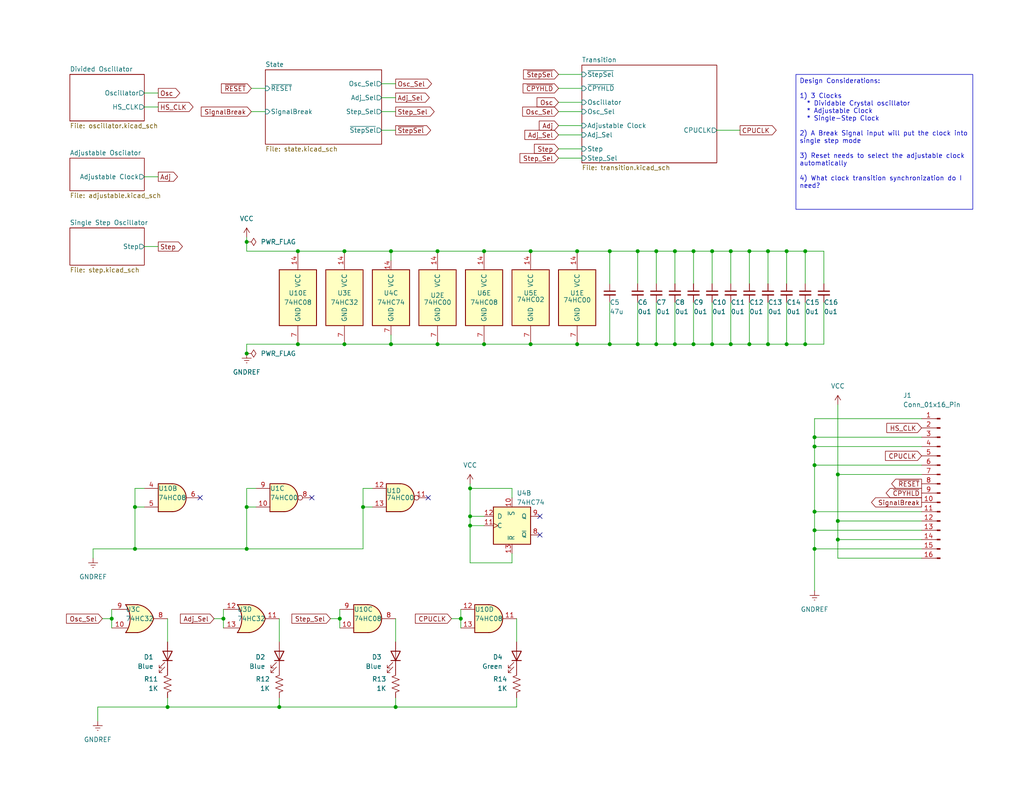
<source format=kicad_sch>
(kicad_sch (version 20230121) (generator eeschema)
  (paper "USLetter")
  (title_block (title "Clock Module") (date "2023-11-22") (rev "1.0.2") (company "16-Bit Computer From Scratch") (comment 1 "Adam Clark (@eryjus)"))
  (lib_symbols
    (symbol "74xx:74HC00" (pin_names (offset 1.016))
      (property "Reference" "U" (at 0 1.27 0))
      (property "Value" "74HC00" (at 0 -1.27 0))
      (symbol "74HC00_1_1"
        (pin input line (at -7.62 2.54 0) (length 3.81) (name "~") (number "1"))
        (pin input line (at -7.62 -2.54 0) (length 3.81) (name "~") (number "2"))
        (pin output inverted (at 7.62 0 180) (length 3.81) (name "~") (number "3"))
      )
      (symbol "74HC00_1_2"
        (pin input inverted (at -7.62 2.54 0) (length 4.318) (name "~") (number "1"))
        (pin input inverted (at -7.62 -2.54 0) (length 4.318) (name "~") (number "2"))
        (pin output line (at 7.62 0 180) (length 3.81) (name "~") (number "3"))
      )
      (symbol "74HC00_2_1"
        (pin input line (at -7.62 2.54 0) (length 3.81) (name "~") (number "4"))
        (pin input line (at -7.62 -2.54 0) (length 3.81) (name "~") (number "5"))
        (pin output inverted (at 7.62 0 180) (length 3.81) (name "~") (number "6"))
      )
      (symbol "74HC00_2_2"
        (pin input inverted (at -7.62 2.54 0) (length 4.318) (name "~") (number "4"))
        (pin input inverted (at -7.62 -2.54 0) (length 4.318) (name "~") (number "5"))
        (pin output line (at 7.62 0 180) (length 3.81) (name "~") (number "6"))
      )
      (symbol "74HC00_3_1"
        (pin input line (at -7.62 -2.54 0) (length 3.81) (name "~") (number "10"))
        (pin output inverted (at 7.62 0 180) (length 3.81) (name "~") (number "8"))
        (pin input line (at -7.62 2.54 0) (length 3.81) (name "~") (number "9"))
      )
      (symbol "74HC00_3_2"
        (pin input inverted (at -7.62 -2.54 0) (length 4.318) (name "~") (number "10"))
        (pin output line (at 7.62 0 180) (length 3.81) (name "~") (number "8"))
        (pin input inverted (at -7.62 2.54 0) (length 4.318) (name "~") (number "9"))
      )
      (symbol "74HC00_4_1"
        (pin output inverted (at 7.62 0 180) (length 3.81) (name "~") (number "11"))
        (pin input line (at -7.62 2.54 0) (length 3.81) (name "~") (number "12"))
        (pin input line (at -7.62 -2.54 0) (length 3.81) (name "~") (number "13"))
      )
      (symbol "74HC00_4_2"
        (pin output line (at 7.62 0 180) (length 3.81) (name "~") (number "11"))
        (pin input inverted (at -7.62 2.54 0) (length 4.318) (name "~") (number "12"))
        (pin input inverted (at -7.62 -2.54 0) (length 4.318) (name "~") (number "13"))
      )
      (symbol "74HC00_5_0"
        (pin power_in line (at 0 12.7 270) (length 5.08) (name "VCC") (number "14"))
        (pin power_in line (at 0 -12.7 90) (length 5.08) (name "GND") (number "7"))
      )
    )
    (symbol "74xx:74HC02" (pin_names (offset 1.016))
      (property "Reference" "U" (at 0 1.27 0))
      (property "Value" "74HC02" (at 0 -1.27 0))
      (symbol "74HC02_1_1"
        (pin output inverted (at 7.62 0 180) (length 3.81) (name "~") (number "1"))
        (pin input line (at -7.62 2.54 0) (length 4.318) (name "~") (number "2"))
        (pin input line (at -7.62 -2.54 0) (length 4.318) (name "~") (number "3"))
      )
      (symbol "74HC02_1_2"
        (pin output line (at 7.62 0 180) (length 3.81) (name "~") (number "1"))
        (pin input inverted (at -7.62 2.54 0) (length 3.81) (name "~") (number "2"))
        (pin input inverted (at -7.62 -2.54 0) (length 3.81) (name "~") (number "3"))
      )
      (symbol "74HC02_2_1"
        (pin output inverted (at 7.62 0 180) (length 3.81) (name "~") (number "4"))
        (pin input line (at -7.62 2.54 0) (length 4.318) (name "~") (number "5"))
        (pin input line (at -7.62 -2.54 0) (length 4.318) (name "~") (number "6"))
      )
      (symbol "74HC02_2_2"
        (pin output line (at 7.62 0 180) (length 3.81) (name "~") (number "4"))
        (pin input inverted (at -7.62 2.54 0) (length 3.81) (name "~") (number "5"))
        (pin input inverted (at -7.62 -2.54 0) (length 3.81) (name "~") (number "6"))
      )
      (symbol "74HC02_3_1"
        (pin output inverted (at 7.62 0 180) (length 3.81) (name "~") (number "10"))
        (pin input line (at -7.62 2.54 0) (length 4.318) (name "~") (number "8"))
        (pin input line (at -7.62 -2.54 0) (length 4.318) (name "~") (number "9"))
      )
      (symbol "74HC02_3_2"
        (pin output line (at 7.62 0 180) (length 3.81) (name "~") (number "10"))
        (pin input inverted (at -7.62 2.54 0) (length 3.81) (name "~") (number "8"))
        (pin input inverted (at -7.62 -2.54 0) (length 3.81) (name "~") (number "9"))
      )
      (symbol "74HC02_4_1"
        (pin input line (at -7.62 2.54 0) (length 4.318) (name "~") (number "11"))
        (pin input line (at -7.62 -2.54 0) (length 4.318) (name "~") (number "12"))
        (pin output inverted (at 7.62 0 180) (length 3.81) (name "~") (number "13"))
      )
      (symbol "74HC02_4_2"
        (pin input inverted (at -7.62 2.54 0) (length 3.81) (name "~") (number "11"))
        (pin input inverted (at -7.62 -2.54 0) (length 3.81) (name "~") (number "12"))
        (pin output line (at 7.62 0 180) (length 3.81) (name "~") (number "13"))
      )
      (symbol "74HC02_5_0"
        (pin power_in line (at 0 12.7 270) (length 5.08) (name "VCC") (number "14"))
        (pin power_in line (at 0 -12.7 90) (length 5.08) (name "GND") (number "7"))
      )
    )
    (symbol "74xx:74HC74" (pin_names (offset 1.016))
      (property "Reference" "U" (at -7.62 8.89 0))
      (property "Value" "74HC74" (at -7.62 -8.89 0))
      (symbol "74HC74_1_0"
        (pin input line (at 0 -7.62 90) (length 2.54) (name "~{R}") (number "1"))
        (pin input line (at -7.62 2.54 0) (length 2.54) (name "D") (number "2"))
        (pin input clock (at -7.62 0 0) (length 2.54) (name "C") (number "3"))
        (pin input line (at 0 7.62 270) (length 2.54) (name "~{S}") (number "4"))
        (pin output line (at 7.62 2.54 180) (length 2.54) (name "Q") (number "5"))
        (pin output line (at 7.62 -2.54 180) (length 2.54) (name "~{Q}") (number "6"))
      )
      (symbol "74HC74_2_0"
        (pin input line (at 0 7.62 270) (length 2.54) (name "~{S}") (number "10"))
        (pin input clock (at -7.62 0 0) (length 2.54) (name "C") (number "11"))
        (pin input line (at -7.62 2.54 0) (length 2.54) (name "D") (number "12"))
        (pin input line (at 0 -7.62 90) (length 2.54) (name "~{R}") (number "13"))
        (pin output line (at 7.62 -2.54 180) (length 2.54) (name "~{Q}") (number "8"))
        (pin output line (at 7.62 2.54 180) (length 2.54) (name "Q") (number "9"))
      )
      (symbol "74HC74_3_0"
        (pin power_in line (at 0 10.16 270) (length 2.54) (name "VCC") (number "14"))
        (pin power_in line (at 0 -10.16 90) (length 2.54) (name "GND") (number "7"))
      )
    )
    (symbol "Connector:Conn_01x16_Pin" (pin_names (offset 1.016) hide)
      (property "Reference" "J" (at 0 20.32 0))
      (property "Value" "Conn_01x16_Pin" (at 0 -22.86 0))
      (symbol "Conn_01x16_Pin_1_1"
        (pin passive line (at 5.08 17.78 180) (length 3.81) (name "Pin_1") (number "1"))
        (pin passive line (at 5.08 -5.08 180) (length 3.81) (name "Pin_10") (number "10"))
        (pin passive line (at 5.08 -7.62 180) (length 3.81) (name "Pin_11") (number "11"))
        (pin passive line (at 5.08 -10.16 180) (length 3.81) (name "Pin_12") (number "12"))
        (pin passive line (at 5.08 -12.7 180) (length 3.81) (name "Pin_13") (number "13"))
        (pin passive line (at 5.08 -15.24 180) (length 3.81) (name "Pin_14") (number "14"))
        (pin passive line (at 5.08 -17.78 180) (length 3.81) (name "Pin_15") (number "15"))
        (pin passive line (at 5.08 -20.32 180) (length 3.81) (name "Pin_16") (number "16"))
        (pin passive line (at 5.08 15.24 180) (length 3.81) (name "Pin_2") (number "2"))
        (pin passive line (at 5.08 12.7 180) (length 3.81) (name "Pin_3") (number "3"))
        (pin passive line (at 5.08 10.16 180) (length 3.81) (name "Pin_4") (number "4"))
        (pin passive line (at 5.08 7.62 180) (length 3.81) (name "Pin_5") (number "5"))
        (pin passive line (at 5.08 5.08 180) (length 3.81) (name "Pin_6") (number "6"))
        (pin passive line (at 5.08 2.54 180) (length 3.81) (name "Pin_7") (number "7"))
        (pin passive line (at 5.08 0 180) (length 3.81) (name "Pin_8") (number "8"))
        (pin passive line (at 5.08 -2.54 180) (length 3.81) (name "Pin_9") (number "9"))
      )
    )
    (symbol "Device:C_Small" (pin_numbers hide) (pin_names (offset 0.254) hide)
      (property "Reference" "C" (at 0.254 1.778 0))
      (property "Value" "C_Small" (at 0.254 -2.032 0))
      (symbol "C_Small_1_1"
        (pin passive line (at 0 2.54 270) (length 2.032) (name "~") (number "1"))
        (pin passive line (at 0 -2.54 90) (length 2.032) (name "~") (number "2"))
      )
    )
    (symbol "Device:LED" (pin_numbers hide) (pin_names (offset 1.016) hide)
      (property "Reference" "D" (at 0 2.54 0))
      (property "Value" "LED" (at 0 -2.54 0))
      (symbol "LED_1_1"
        (pin passive line (at -3.81 0 0) (length 2.54) (name "K") (number "1"))
        (pin passive line (at 3.81 0 180) (length 2.54) (name "A") (number "2"))
      )
    )
    (symbol "Device:R_US" (pin_numbers hide) (pin_names (offset 0))
      (property "Reference" "R" (at 2.54 0 90))
      (property "Value" "R_US" (at -2.54 0 90))
      (symbol "R_US_1_1"
        (pin passive line (at 0 3.81 270) (length 1.27) (name "~") (number "1"))
        (pin passive line (at 0 -3.81 90) (length 1.27) (name "~") (number "2"))
      )
    )
    (symbol "eryjus:74HC08" (pin_names (offset 1.016))
      (property "Reference" "U" (at 0 1.27 0))
      (property "Value" "74HC08" (at 0 -1.27 0))
      (symbol "74HC08_1_1"
        (pin input line (at -7.62 2.54 0) (length 3.81) (name "~") (number "1"))
        (pin input line (at -7.62 -2.54 0) (length 3.81) (name "~") (number "2"))
        (pin output line (at 7.62 0 180) (length 3.81) (name "~") (number "3"))
      )
      (symbol "74HC08_1_2"
        (pin input inverted (at -7.62 2.54 0) (length 4.318) (name "~") (number "1"))
        (pin input inverted (at -7.62 -2.54 0) (length 4.318) (name "~") (number "2"))
        (pin output inverted (at 7.62 0 180) (length 3.81) (name "~") (number "3"))
      )
      (symbol "74HC08_2_1"
        (pin input line (at -7.62 2.54 0) (length 3.81) (name "~") (number "4"))
        (pin input line (at -7.62 -2.54 0) (length 3.81) (name "~") (number "5"))
        (pin output line (at 7.62 0 180) (length 3.81) (name "~") (number "6"))
      )
      (symbol "74HC08_2_2"
        (pin input inverted (at -7.62 2.54 0) (length 4.318) (name "~") (number "4"))
        (pin input inverted (at -7.62 -2.54 0) (length 4.318) (name "~") (number "5"))
        (pin output inverted (at 7.62 0 180) (length 3.81) (name "~") (number "6"))
      )
      (symbol "74HC08_3_1"
        (pin input line (at -7.62 -2.54 0) (length 3.81) (name "~") (number "10"))
        (pin output line (at 7.62 0 180) (length 3.81) (name "~") (number "8"))
        (pin input line (at -7.62 2.54 0) (length 3.81) (name "~") (number "9"))
      )
      (symbol "74HC08_3_2"
        (pin input inverted (at -7.62 -2.54 0) (length 4.318) (name "~") (number "10"))
        (pin output inverted (at 7.62 0 180) (length 3.81) (name "~") (number "8"))
        (pin input inverted (at -7.62 2.54 0) (length 4.318) (name "~") (number "9"))
      )
      (symbol "74HC08_4_1"
        (pin output line (at 7.62 0 180) (length 3.81) (name "~") (number "11"))
        (pin input line (at -7.62 2.54 0) (length 3.81) (name "~") (number "12"))
        (pin input line (at -7.62 -2.54 0) (length 3.81) (name "~") (number "13"))
      )
      (symbol "74HC08_4_2"
        (pin output inverted (at 7.62 0 180) (length 3.81) (name "~") (number "11"))
        (pin input inverted (at -7.62 2.54 0) (length 4.318) (name "~") (number "12"))
        (pin input inverted (at -7.62 -2.54 0) (length 4.318) (name "~") (number "13"))
      )
      (symbol "74HC08_5_0"
        (pin power_in line (at 0 12.7 270) (length 5.08) (name "VCC") (number "14"))
        (pin power_in line (at 0 -12.7 90) (length 5.08) (name "GND") (number "7"))
      )
    )
    (symbol "eryjus:74HC32" (pin_names (offset 1.016))
      (property "Reference" "U" (at 0 1.27 0))
      (property "Value" "74HC32" (at 0 -1.27 0))
      (symbol "74HC32_1_1"
        (pin input line (at -7.62 2.54 0) (length 4.318) (name "~") (number "1"))
        (pin input line (at -7.62 -2.54 0) (length 4.318) (name "~") (number "2"))
        (pin output line (at 7.62 0 180) (length 3.81) (name "~") (number "3"))
      )
      (symbol "74HC32_1_2"
        (pin input inverted (at -7.62 2.54 0) (length 3.81) (name "~") (number "1"))
        (pin input inverted (at -7.62 -2.54 0) (length 3.81) (name "~") (number "2"))
        (pin output inverted (at 7.62 0 180) (length 3.81) (name "~") (number "3"))
      )
      (symbol "74HC32_2_1"
        (pin input line (at -7.62 2.54 0) (length 4.318) (name "~") (number "4"))
        (pin input line (at -7.62 -2.54 0) (length 4.318) (name "~") (number "5"))
        (pin output line (at 7.62 0 180) (length 3.81) (name "~") (number "6"))
      )
      (symbol "74HC32_2_2"
        (pin input inverted (at -7.62 2.54 0) (length 3.81) (name "~") (number "4"))
        (pin input inverted (at -7.62 -2.54 0) (length 3.81) (name "~") (number "5"))
        (pin output inverted (at 7.62 0 180) (length 3.81) (name "~") (number "6"))
      )
      (symbol "74HC32_3_1"
        (pin input line (at -7.62 -2.54 0) (length 4.318) (name "~") (number "10"))
        (pin output line (at 7.62 0 180) (length 3.81) (name "~") (number "8"))
        (pin input line (at -7.62 2.54 0) (length 4.318) (name "~") (number "9"))
      )
      (symbol "74HC32_3_2"
        (pin input inverted (at -7.62 -2.54 0) (length 3.81) (name "~") (number "10"))
        (pin output inverted (at 7.62 0 180) (length 3.81) (name "~") (number "8"))
        (pin input inverted (at -7.62 2.54 0) (length 3.81) (name "~") (number "9"))
      )
      (symbol "74HC32_4_1"
        (pin output line (at 7.62 0 180) (length 3.81) (name "~") (number "11"))
        (pin input line (at -7.62 2.54 0) (length 4.318) (name "~") (number "12"))
        (pin input line (at -7.62 -2.54 0) (length 4.318) (name "~") (number "13"))
      )
      (symbol "74HC32_4_2"
        (pin output inverted (at 7.62 0 180) (length 3.81) (name "~") (number "11"))
        (pin input inverted (at -7.62 2.54 0) (length 3.81) (name "~") (number "12"))
        (pin input inverted (at -7.62 -2.54 0) (length 3.81) (name "~") (number "13"))
      )
      (symbol "74HC32_5_0"
        (pin power_in line (at 0 12.7 270) (length 5.08) (name "VCC") (number "14"))
        (pin power_in line (at 0 -12.7 90) (length 5.08) (name "GND") (number "7"))
      )
    )
    (symbol "power:GNDREF" (power) (pin_names (offset 0))
      (property "Value" "GNDREF" (at 0 -3.81 0))
      (symbol "GNDREF_1_1"
        (pin power_in line (at 0 0 270) (length 0) hide (name "GNDREF") (number "1"))
      )
    )
    (symbol "power:PWR_FLAG" (power) (pin_numbers hide) (pin_names (offset 0) hide)
      (property "Value" "PWR_FLAG" (at 0 3.81 0))
      (symbol "PWR_FLAG_0_0"
        (pin power_out line (at 0 0 90) (length 0) (name "pwr") (number "1"))
      )
    )
    (symbol "power:VCC" (power) (pin_names (offset 0))
      (property "Value" "VCC" (at 0 3.81 0))
      (symbol "VCC_1_1"
        (pin power_in line (at 0 0 90) (length 0) hide (name "VCC") (number "1"))
      )
    )
  )
  (junction (at 204.47 93.98))
  (junction (at 125.73 168.91))
  (junction (at 30.48 168.91))
  (junction (at 166.37 68.58))
  (junction (at 128.27 133.35))
  (junction (at 179.07 68.58))
  (junction (at 219.71 68.58))
  (junction (at 36.83 138.43))
  (junction (at 99.06 138.43))
  (junction (at 106.68 68.58))
  (junction (at 67.31 96.52))
  (junction (at 199.39 68.58))
  (junction (at 81.28 68.58))
  (junction (at 173.99 93.98))
  (junction (at 228.6 142.24))
  (junction (at 222.25 149.86))
  (junction (at 157.48 68.58))
  (junction (at 36.83 149.86))
  (junction (at 194.31 93.98))
  (junction (at 199.39 93.98))
  (junction (at 157.48 93.98))
  (junction (at 184.15 93.98))
  (junction (at 222.25 127))
  (junction (at 45.72 193.04))
  (junction (at 119.38 93.98))
  (junction (at 81.28 93.98))
  (junction (at 194.31 68.58))
  (junction (at 92.71 168.91))
  (junction (at 204.47 68.58))
  (junction (at 60.96 168.91))
  (junction (at 228.6 147.32))
  (junction (at 128.27 143.51))
  (junction (at 179.07 93.98))
  (junction (at 67.31 66.04))
  (junction (at 222.25 144.78))
  (junction (at 184.15 68.58))
  (junction (at 189.23 68.58))
  (junction (at 173.99 68.58))
  (junction (at 209.55 93.98))
  (junction (at 128.27 140.97))
  (junction (at 222.25 121.92))
  (junction (at 119.38 68.58))
  (junction (at 106.68 93.98))
  (junction (at 189.23 93.98))
  (junction (at 93.98 68.58))
  (junction (at 144.78 93.98))
  (junction (at 67.31 138.43))
  (junction (at 132.08 68.58))
  (junction (at 166.37 93.98))
  (junction (at 214.63 68.58))
  (junction (at 228.6 129.54))
  (junction (at 219.71 93.98))
  (junction (at 144.78 68.58))
  (junction (at 67.31 149.86))
  (junction (at 222.25 119.38))
  (junction (at 132.08 93.98))
  (junction (at 209.55 68.58))
  (junction (at 93.98 93.98))
  (junction (at 222.25 139.7))
  (junction (at 76.2 193.04))
  (junction (at 107.95 193.04))
  (junction (at 214.63 93.98))
  (no_connect (at 85.09 135.89))
  (no_connect (at 147.32 146.05))
  (no_connect (at 54.61 135.89))
  (no_connect (at 116.84 135.89))
  (no_connect (at 147.32 140.97))
  (wire (pts (xy 106.68 91.44) (xy 106.68 93.98)))
  (wire (pts (xy 144.78 93.98) (xy 132.08 93.98)))
  (wire (pts (xy 76.2 168.91) (xy 76.2 175.26)))
  (wire (pts (xy 214.63 93.98) (xy 209.55 93.98)))
  (wire (pts (xy 39.37 133.35) (xy 36.83 133.35)))
  (wire (pts (xy 152.4 36.83) (xy 158.75 36.83)))
  (wire (pts (xy 214.63 68.58) (xy 209.55 68.58)))
  (wire (pts (xy 68.58 24.13) (xy 72.39 24.13)))
  (wire (pts (xy 140.97 168.91) (xy 140.97 175.26)))
  (wire (pts (xy 67.31 66.04) (xy 67.31 64.77)))
  (wire (pts (xy 76.2 190.5) (xy 76.2 193.04)))
  (wire (pts (xy 99.06 133.35) (xy 99.06 138.43)))
  (wire (pts (xy 184.15 93.98) (xy 179.07 93.98)))
  (wire (pts (xy 222.25 144.78) (xy 222.25 149.86)))
  (wire (pts (xy 222.25 127) (xy 251.46 127)))
  (wire (pts (xy 119.38 68.58) (xy 106.68 68.58)))
  (wire (pts (xy 189.23 93.98) (xy 184.15 93.98)))
  (wire (pts (xy 184.15 68.58) (xy 179.07 68.58)))
  (wire (pts (xy 219.71 82.55) (xy 219.71 93.98)))
  (wire (pts (xy 107.95 193.04) (xy 140.97 193.04)))
  (wire (pts (xy 222.25 127) (xy 222.25 139.7)))
  (wire (pts (xy 119.38 93.98) (xy 106.68 93.98)))
  (wire (pts (xy 194.31 68.58) (xy 194.31 77.47)))
  (wire (pts (xy 26.67 193.04) (xy 45.72 193.04)))
  (wire (pts (xy 222.25 139.7) (xy 222.25 144.78)))
  (wire (pts (xy 123.19 168.91) (xy 125.73 168.91)))
  (wire (pts (xy 251.46 114.3) (xy 222.25 114.3)))
  (wire (pts (xy 157.48 93.98) (xy 144.78 93.98)))
  (wire (pts (xy 128.27 143.51) (xy 132.08 143.51)))
  (wire (pts (xy 222.25 119.38) (xy 222.25 121.92)))
  (wire (pts (xy 199.39 93.98) (xy 194.31 93.98)))
  (wire (pts (xy 204.47 82.55) (xy 204.47 93.98)))
  (wire (pts (xy 128.27 133.35) (xy 128.27 140.97)))
  (wire (pts (xy 125.73 168.91) (xy 125.73 171.45)))
  (wire (pts (xy 36.83 133.35) (xy 36.83 138.43)))
  (wire (pts (xy 93.98 68.58) (xy 81.28 68.58)))
  (wire (pts (xy 60.96 168.91) (xy 60.96 166.37)))
  (wire (pts (xy 199.39 68.58) (xy 199.39 77.47)))
  (wire (pts (xy 90.17 168.91) (xy 92.71 168.91)))
  (wire (pts (xy 209.55 68.58) (xy 204.47 68.58)))
  (wire (pts (xy 67.31 138.43) (xy 67.31 149.86)))
  (wire (pts (xy 219.71 68.58) (xy 219.71 77.47)))
  (wire (pts (xy 104.14 35.56) (xy 107.95 35.56)))
  (wire (pts (xy 45.72 193.04) (xy 76.2 193.04)))
  (wire (pts (xy 45.72 168.91) (xy 45.72 175.26)))
  (wire (pts (xy 106.68 68.58) (xy 93.98 68.58)))
  (wire (pts (xy 39.37 29.21) (xy 43.18 29.21)))
  (wire (pts (xy 152.4 30.48) (xy 158.75 30.48)))
  (wire (pts (xy 166.37 93.98) (xy 157.48 93.98)))
  (wire (pts (xy 222.25 121.92) (xy 251.46 121.92)))
  (wire (pts (xy 81.28 93.98) (xy 67.31 93.98)))
  (wire (pts (xy 214.63 82.55) (xy 214.63 93.98)))
  (wire (pts (xy 139.7 135.89) (xy 139.7 133.35)))
  (wire (pts (xy 101.6 133.35) (xy 99.06 133.35)))
  (wire (pts (xy 26.67 196.85) (xy 26.67 193.04)))
  (wire (pts (xy 67.31 93.98) (xy 67.31 96.52)))
  (wire (pts (xy 152.4 40.64) (xy 158.75 40.64)))
  (wire (pts (xy 179.07 68.58) (xy 173.99 68.58)))
  (wire (pts (xy 228.6 147.32) (xy 251.46 147.32)))
  (wire (pts (xy 60.96 168.91) (xy 60.96 171.45)))
  (wire (pts (xy 67.31 133.35) (xy 67.31 138.43)))
  (wire (pts (xy 209.55 93.98) (xy 204.47 93.98)))
  (wire (pts (xy 224.79 93.98) (xy 219.71 93.98)))
  (wire (pts (xy 125.73 166.37) (xy 125.73 168.91)))
  (wire (pts (xy 179.07 68.58) (xy 179.07 77.47)))
  (wire (pts (xy 173.99 93.98) (xy 166.37 93.98)))
  (wire (pts (xy 39.37 48.26) (xy 43.18 48.26)))
  (wire (pts (xy 30.48 168.91) (xy 30.48 166.37)))
  (wire (pts (xy 128.27 143.51) (xy 128.27 153.67)))
  (wire (pts (xy 104.14 26.67) (xy 107.95 26.67)))
  (wire (pts (xy 166.37 68.58) (xy 157.48 68.58)))
  (wire (pts (xy 222.25 121.92) (xy 222.25 127)))
  (wire (pts (xy 189.23 82.55) (xy 189.23 93.98)))
  (wire (pts (xy 224.79 68.58) (xy 219.71 68.58)))
  (wire (pts (xy 209.55 82.55) (xy 209.55 93.98)))
  (wire (pts (xy 67.31 138.43) (xy 69.85 138.43)))
  (wire (pts (xy 106.68 68.58) (xy 106.68 71.12)))
  (wire (pts (xy 139.7 153.67) (xy 139.7 151.13)))
  (wire (pts (xy 107.95 190.5) (xy 107.95 193.04)))
  (wire (pts (xy 67.31 149.86) (xy 99.06 149.86)))
  (wire (pts (xy 36.83 138.43) (xy 39.37 138.43)))
  (wire (pts (xy 36.83 138.43) (xy 36.83 149.86)))
  (wire (pts (xy 228.6 147.32) (xy 228.6 152.4)))
  (wire (pts (xy 25.4 152.4) (xy 25.4 149.86)))
  (wire (pts (xy 92.71 168.91) (xy 92.71 171.45)))
  (wire (pts (xy 107.95 168.91) (xy 107.95 175.26)))
  (wire (pts (xy 251.46 129.54) (xy 228.6 129.54)))
  (wire (pts (xy 222.25 149.86) (xy 222.25 161.29)))
  (wire (pts (xy 152.4 43.18) (xy 158.75 43.18)))
  (wire (pts (xy 173.99 82.55) (xy 173.99 93.98)))
  (wire (pts (xy 132.08 93.98) (xy 119.38 93.98)))
  (wire (pts (xy 179.07 82.55) (xy 179.07 93.98)))
  (wire (pts (xy 204.47 68.58) (xy 199.39 68.58)))
  (wire (pts (xy 30.48 168.91) (xy 30.48 171.45)))
  (wire (pts (xy 152.4 24.13) (xy 158.75 24.13)))
  (wire (pts (xy 99.06 138.43) (xy 101.6 138.43)))
  (wire (pts (xy 209.55 68.58) (xy 209.55 77.47)))
  (wire (pts (xy 228.6 110.49) (xy 228.6 129.54)))
  (wire (pts (xy 140.97 193.04) (xy 140.97 190.5)))
  (wire (pts (xy 224.79 82.55) (xy 224.79 93.98)))
  (wire (pts (xy 194.31 68.58) (xy 189.23 68.58)))
  (wire (pts (xy 189.23 68.58) (xy 189.23 77.47)))
  (wire (pts (xy 128.27 153.67) (xy 139.7 153.67)))
  (wire (pts (xy 184.15 82.55) (xy 184.15 93.98)))
  (wire (pts (xy 152.4 27.94) (xy 158.75 27.94)))
  (wire (pts (xy 219.71 93.98) (xy 214.63 93.98)))
  (wire (pts (xy 152.4 20.32) (xy 158.75 20.32)))
  (wire (pts (xy 189.23 68.58) (xy 184.15 68.58)))
  (wire (pts (xy 194.31 93.98) (xy 189.23 93.98)))
  (wire (pts (xy 39.37 25.4) (xy 43.18 25.4)))
  (wire (pts (xy 194.31 82.55) (xy 194.31 93.98)))
  (wire (pts (xy 128.27 133.35) (xy 139.7 133.35)))
  (wire (pts (xy 199.39 68.58) (xy 194.31 68.58)))
  (wire (pts (xy 128.27 140.97) (xy 128.27 143.51)))
  (wire (pts (xy 214.63 68.58) (xy 214.63 77.47)))
  (wire (pts (xy 144.78 68.58) (xy 132.08 68.58)))
  (wire (pts (xy 69.85 133.35) (xy 67.31 133.35)))
  (wire (pts (xy 132.08 68.58) (xy 119.38 68.58)))
  (wire (pts (xy 68.58 30.48) (xy 72.39 30.48)))
  (wire (pts (xy 195.58 35.56) (xy 201.93 35.56)))
  (wire (pts (xy 219.71 68.58) (xy 214.63 68.58)))
  (wire (pts (xy 106.68 93.98) (xy 93.98 93.98)))
  (wire (pts (xy 36.83 149.86) (xy 67.31 149.86)))
  (wire (pts (xy 199.39 82.55) (xy 199.39 93.98)))
  (wire (pts (xy 93.98 93.98) (xy 81.28 93.98)))
  (wire (pts (xy 76.2 193.04) (xy 107.95 193.04)))
  (wire (pts (xy 222.25 144.78) (xy 251.46 144.78)))
  (wire (pts (xy 184.15 68.58) (xy 184.15 77.47)))
  (wire (pts (xy 173.99 68.58) (xy 166.37 68.58)))
  (wire (pts (xy 228.6 142.24) (xy 251.46 142.24)))
  (wire (pts (xy 251.46 152.4) (xy 228.6 152.4)))
  (wire (pts (xy 58.42 168.91) (xy 60.96 168.91)))
  (wire (pts (xy 166.37 68.58) (xy 166.37 77.47)))
  (wire (pts (xy 104.14 22.86) (xy 107.95 22.86)))
  (wire (pts (xy 251.46 139.7) (xy 222.25 139.7)))
  (wire (pts (xy 152.4 34.29) (xy 158.75 34.29)))
  (wire (pts (xy 228.6 129.54) (xy 228.6 142.24)))
  (wire (pts (xy 222.25 119.38) (xy 251.46 119.38)))
  (wire (pts (xy 204.47 68.58) (xy 204.47 77.47)))
  (wire (pts (xy 179.07 93.98) (xy 173.99 93.98)))
  (wire (pts (xy 128.27 140.97) (xy 132.08 140.97)))
  (wire (pts (xy 99.06 138.43) (xy 99.06 149.86)))
  (wire (pts (xy 25.4 149.86) (xy 36.83 149.86)))
  (wire (pts (xy 166.37 82.55) (xy 166.37 93.98)))
  (wire (pts (xy 128.27 132.08) (xy 128.27 133.35)))
  (wire (pts (xy 224.79 68.58) (xy 224.79 77.47)))
  (wire (pts (xy 81.28 68.58) (xy 67.31 68.58)))
  (wire (pts (xy 204.47 93.98) (xy 199.39 93.98)))
  (wire (pts (xy 228.6 142.24) (xy 228.6 147.32)))
  (wire (pts (xy 222.25 114.3) (xy 222.25 119.38)))
  (wire (pts (xy 39.37 67.31) (xy 43.18 67.31)))
  (wire (pts (xy 251.46 149.86) (xy 222.25 149.86)))
  (wire (pts (xy 45.72 190.5) (xy 45.72 193.04)))
  (wire (pts (xy 157.48 68.58) (xy 144.78 68.58)))
  (wire (pts (xy 92.71 168.91) (xy 92.71 166.37)))
  (wire (pts (xy 27.94 168.91) (xy 30.48 168.91)))
  (wire (pts (xy 104.14 30.48) (xy 107.95 30.48)))
  (wire (pts (xy 173.99 68.58) (xy 173.99 77.47)))
  (wire (pts (xy 67.31 68.58) (xy 67.31 66.04)))
  (text_box "Design Considerations:\n\n1) 3 Clocks\n  * Dividable Crystal oscillator\n  * Adjustable Clock\n  * Single-Step Clock\n\n2) A Break Signal input will put the clock into single step mode\n\n3) Reset needs to select the adjustable clock automatically\n\n4) What clock transition synchronization do I need?" (at 217.17 20.32 0) (size 48.26 36.83) (effects (font (size 1.27 1.27)) (justify left top)))
  (global_label "~{RESET}" (shape input) (at 68.58 24.13 180) (property "Intersheetrefs" "${INTERSHEET_REFS}" (effects hide)))
  (global_label "~{StepSel}" (shape output) (at 107.95 35.56 0) (property "Intersheetrefs" "${INTERSHEET_REFS}" (effects hide)))
  (global_label "~{RESET}" (shape output) (at 251.46 132.08 180) (property "Intersheetrefs" "${INTERSHEET_REFS}" (effects hide)))
  (global_label "Step" (shape output) (at 43.18 67.31 0) (property "Intersheetrefs" "${INTERSHEET_REFS}" (effects hide)))
  (global_label "Adj" (shape input) (at 152.4 34.29 180) (property "Intersheetrefs" "${INTERSHEET_REFS}" (effects hide)))
  (global_label "Adj_Sel" (shape input) (at 152.4 36.83 180) (property "Intersheetrefs" "${INTERSHEET_REFS}" (effects hide)))
  (global_label "Osc" (shape output) (at 43.18 25.4 0) (property "Intersheetrefs" "${INTERSHEET_REFS}" (effects hide)))
  (global_label "Osc_Sel" (shape input) (at 152.4 30.48 180) (property "Intersheetrefs" "${INTERSHEET_REFS}" (effects hide)))
  (global_label "CPUCLK" (shape output) (at 201.93 35.56 0) (property "Intersheetrefs" "${INTERSHEET_REFS}" (effects hide)))
  (global_label "Step_Sel" (shape input) (at 152.4 43.18 180) (property "Intersheetrefs" "${INTERSHEET_REFS}" (effects hide)))
  (global_label "Step_Sel" (shape output) (at 107.95 30.48 0) (property "Intersheetrefs" "${INTERSHEET_REFS}" (effects hide)))
  (global_label "Step" (shape input) (at 152.4 40.64 180) (property "Intersheetrefs" "${INTERSHEET_REFS}" (effects hide)))
  (global_label "CPUCLK" (shape input) (at 251.46 124.46 180) (property "Intersheetrefs" "${INTERSHEET_REFS}" (effects hide)))
  (global_label "CPUCLK" (shape input) (at 123.19 168.91 180) (property "Intersheetrefs" "${INTERSHEET_REFS}" (effects hide)))
  (global_label "Adj" (shape output) (at 43.18 48.26 0) (property "Intersheetrefs" "${INTERSHEET_REFS}" (effects hide)))
  (global_label "~{CPYHLD}" (shape output) (at 251.46 134.62 180) (property "Intersheetrefs" "${INTERSHEET_REFS}" (effects hide)))
  (global_label "Step_Sel" (shape input) (at 90.17 168.91 180) (property "Intersheetrefs" "${INTERSHEET_REFS}" (effects hide)))
  (global_label "~{StepSel}" (shape input) (at 152.4 20.32 180) (property "Intersheetrefs" "${INTERSHEET_REFS}" (effects hide)))
  (global_label "Osc_Sel" (shape input) (at 27.94 168.91 180) (property "Intersheetrefs" "${INTERSHEET_REFS}" (effects hide)))
  (global_label "SignalBreak" (shape input) (at 68.58 30.48 180) (property "Intersheetrefs" "${INTERSHEET_REFS}" (effects hide)))
  (global_label "SignalBreak" (shape output) (at 251.46 137.16 180) (property "Intersheetrefs" "${INTERSHEET_REFS}" (effects hide)))
  (global_label "Osc_Sel" (shape output) (at 107.95 22.86 0) (property "Intersheetrefs" "${INTERSHEET_REFS}" (effects hide)))
  (global_label "HS_CLK" (shape input) (at 251.46 116.84 180) (property "Intersheetrefs" "${INTERSHEET_REFS}" (effects hide)))
  (global_label "Adj_Sel" (shape output) (at 107.95 26.67 0) (property "Intersheetrefs" "${INTERSHEET_REFS}" (effects hide)))
  (global_label "HS_CLK" (shape output) (at 43.18 29.21 0) (property "Intersheetrefs" "${INTERSHEET_REFS}" (effects hide)))
  (global_label "Adj_Sel" (shape input) (at 58.42 168.91 180) (property "Intersheetrefs" "${INTERSHEET_REFS}" (effects hide)))
  (global_label "~{CPYHLD}" (shape input) (at 152.4 24.13 180) (property "Intersheetrefs" "${INTERSHEET_REFS}" (effects hide)))
  (global_label "Osc" (shape input) (at 152.4 27.94 180) (property "Intersheetrefs" "${INTERSHEET_REFS}" (effects hide)))
  (symbol (lib_id "Device:R_US") (at 45.72 186.69 0) (mirror y) (unit 1)
    (property "Reference" "R11" (at 43.18 185.42 0) (effects (justify left)))
    (property "Value" "1K" (at 43.18 187.96 0) (effects (justify left)))
  )
  (symbol (lib_id "Device:LED") (at 107.95 179.07 270) (mirror x) (unit 1)
    (property "Reference" "D3" (at 104.14 179.3875 90) (effects (justify right)))
    (property "Value" "Blue" (at 104.14 181.9275 90) (effects (justify right)))
  )
  (symbol (lib_id "74xx:74HC00") (at 109.22 135.89 0) (unit 4)
    (property "Reference" "U1" (at 105.41 133.985 0) (effects (justify left)))
    (property "Value" "74HC00" (at 105.41 135.89 0) (effects (justify left)))
    (property "Datasheet" "http://www.ti.com/lit/gpn/sn74hc00" (effects hide))
  )
  (symbol (lib_id "Device:C_Small") (at 179.07 80.01 0) (unit 1)
    (property "Reference" "C7" (at 179.07 82.55 0) (effects (justify left)))
    (property "Value" "0u1" (at 179.07 85.09 0) (effects (justify left)))
  )
  (symbol (lib_id "power:PWR_FLAG") (at 67.31 96.52 270) (unit 1)
    (property "Reference" "#FLG02" (effects hide))
    (property "Value" "PWR_FLAG" (at 71.12 96.52 90) (effects (justify left)))
  )
  (symbol (lib_id "74xx:74HC74") (at 139.7 143.51 0) (unit 2)
    (property "Reference" "U4" (at 140.97 134.62 0) (effects (justify left)))
    (property "Value" "74HC74" (at 140.97 137.16 0) (effects (justify left)))
    (property "Datasheet" "74xx/74hc_hct74.pdf" (effects hide))
  )
  (symbol (lib_id "power:VCC") (at 67.31 64.77 0) (unit 1)
    (property "Reference" "#PWR017" (effects hide))
    (property "Value" "VCC" (at 67.31 59.69 0))
  )
  (symbol (lib_id "74xx:74HC02") (at 144.78 81.28 0) (unit 5)
    (property "Reference" "U5" (at 144.78 80.01 0))
    (property "Value" "74HC02" (at 144.78 81.788 0))
    (property "Datasheet" "http://www.ti.com/lit/gpn/sn74hc02" (effects hide))
  )
  (symbol (lib_id "Device:C_Small") (at 224.79 80.01 0) (unit 1)
    (property "Reference" "C16" (at 224.79 82.55 0) (effects (justify left)))
    (property "Value" "0u1" (at 224.79 85.09 0) (effects (justify left)))
  )
  (symbol (lib_id "Device:C_Small") (at 166.37 80.01 0) (unit 1)
    (property "Reference" "C5" (at 166.37 82.55 0) (effects (justify left)))
    (property "Value" "47u" (at 166.37 85.09 0) (effects (justify left)))
  )
  (symbol (lib_id "Device:C_Small") (at 214.63 80.01 0) (unit 1)
    (property "Reference" "C14" (at 214.63 82.55 0) (effects (justify left)))
    (property "Value" "0u1" (at 214.63 85.09 0) (effects (justify left)))
  )
  (symbol (lib_id "Device:LED") (at 140.97 179.07 270) (mirror x) (unit 1)
    (property "Reference" "D4" (at 137.16 179.3875 90) (effects (justify right)))
    (property "Value" "Green" (at 137.16 181.9275 90) (effects (justify right)))
  )
  (symbol (lib_id "power:GNDREF") (at 222.25 161.29 0) (unit 1)
    (property "Reference" "#PWR02" (effects hide))
    (property "Value" "GNDREF" (at 222.25 166.37 0))
  )
  (symbol (lib_id "power:VCC") (at 228.6 110.49 0) (unit 1)
    (property "Reference" "#PWR01" (effects hide))
    (property "Value" "VCC" (at 228.6 105.41 0))
  )
  (symbol (lib_id "power:VCC") (at 128.27 132.08 0) (unit 1)
    (property "Reference" "#PWR015" (effects hide))
    (property "Value" "VCC" (at 128.27 127 0))
  )
  (symbol (lib_id "Device:C_Small") (at 219.71 80.01 0) (unit 1)
    (property "Reference" "C15" (at 219.71 82.55 0) (effects (justify left)))
    (property "Value" "0u1" (at 219.71 85.09 0) (effects (justify left)))
  )
  (symbol (lib_id "74xx:74HC00") (at 157.48 81.28 0) (unit 5)
    (property "Reference" "U1" (at 157.48 80.01 0))
    (property "Value" "74HC00" (at 157.48 81.915 0))
    (property "Datasheet" "http://www.ti.com/lit/gpn/sn74hc00" (effects hide))
  )
  (symbol (lib_id "Device:C_Small") (at 209.55 80.01 0) (unit 1)
    (property "Reference" "C13" (at 209.55 82.55 0) (effects (justify left)))
    (property "Value" "0u1" (at 209.55 85.09 0) (effects (justify left)))
  )
  (symbol (lib_id "Device:C_Small") (at 199.39 80.01 0) (unit 1)
    (property "Reference" "C11" (at 199.39 82.55 0) (effects (justify left)))
    (property "Value" "0u1" (at 199.39 85.09 0) (effects (justify left)))
  )
  (symbol (lib_id "74xx:74HC00") (at 119.38 81.28 0) (unit 5)
    (property "Reference" "U2" (at 119.38 80.645 0))
    (property "Value" "74HC00" (at 119.38 82.55 0))
    (property "Datasheet" "http://www.ti.com/lit/gpn/sn74hc00" (effects hide))
  )
  (symbol (lib_id "eryjus:74HC08") (at 100.33 168.91 0) (unit 3)
    (property "Reference" "U10" (at 96.52 166.37 0) (effects (justify left)))
    (property "Value" "74HC08" (at 96.52 168.91 0) (effects (justify left)))
    (property "Datasheet" "http://www.ti.com/lit/gpn/sn74HC08" (effects hide))
  )
  (symbol (lib_id "74xx:74HC00") (at 77.47 135.89 0) (unit 3)
    (property "Reference" "U1" (at 73.66 133.35 0) (effects (justify left)))
    (property "Value" "74HC00" (at 73.66 135.89 0) (effects (justify left)))
    (property "Datasheet" "http://www.ti.com/lit/gpn/sn74hc00" (effects hide))
  )
  (symbol (lib_id "Connector:Conn_01x16_Pin") (at 256.54 132.08 0) (mirror y) (unit 1)
    (property "Reference" "J1" (at 246.38 107.95 0) (effects (justify right)))
    (property "Value" "Conn_01x16_Pin" (at 246.38 110.49 0) (effects (justify right)))
  )
  (symbol (lib_id "Device:R_US") (at 107.95 186.69 0) (mirror y) (unit 1)
    (property "Reference" "R13" (at 105.41 185.42 0) (effects (justify left)))
    (property "Value" "1K" (at 105.41 187.96 0) (effects (justify left)))
  )
  (symbol (lib_id "Device:C_Small") (at 184.15 80.01 0) (unit 1)
    (property "Reference" "C8" (at 184.15 82.55 0) (effects (justify left)))
    (property "Value" "0u1" (at 184.15 85.09 0) (effects (justify left)))
  )
  (symbol (lib_id "eryjus:74HC08") (at 133.35 168.91 0) (unit 4)
    (property "Reference" "U10" (at 129.54 166.37 0) (effects (justify left)))
    (property "Value" "74HC08" (at 129.54 168.91 0) (effects (justify left)))
    (property "Datasheet" "http://www.ti.com/lit/gpn/sn74HC08" (effects hide))
  )
  (symbol (lib_id "Device:C_Small") (at 189.23 80.01 0) (unit 1)
    (property "Reference" "C9" (at 189.23 82.55 0) (effects (justify left)))
    (property "Value" "0u1" (at 189.23 85.09 0) (effects (justify left)))
  )
  (symbol (lib_id "Device:LED") (at 45.72 179.07 270) (mirror x) (unit 1)
    (property "Reference" "D1" (at 41.91 179.3875 90) (effects (justify right)))
    (property "Value" "Blue" (at 41.91 181.9275 90) (effects (justify right)))
  )
  (symbol (lib_id "eryjus:74HC32") (at 38.1 168.91 0) (unit 3)
    (property "Reference" "U3" (at 34.29 166.37 0) (effects (justify left)))
    (property "Value" "74HC32" (at 34.29 168.91 0) (effects (justify left)))
    (property "Datasheet" "http://www.ti.com/lit/gpn/sn74HC32" (effects hide))
  )
  (symbol (lib_id "power:PWR_FLAG") (at 67.31 66.04 270) (unit 1)
    (property "Reference" "#FLG01" (effects hide))
    (property "Value" "PWR_FLAG" (at 71.12 66.04 90) (effects (justify left)))
  )
  (symbol (lib_id "Device:LED") (at 76.2 179.07 270) (mirror x) (unit 1)
    (property "Reference" "D2" (at 72.39 179.3875 90) (effects (justify right)))
    (property "Value" "Blue" (at 72.39 181.9275 90) (effects (justify right)))
  )
  (symbol (lib_id "power:GNDREF") (at 26.67 196.85 0) (unit 1)
    (property "Reference" "#PWR018" (effects hide))
    (property "Value" "GNDREF" (at 26.67 201.93 0))
  )
  (symbol (lib_id "Device:R_US") (at 140.97 186.69 0) (mirror y) (unit 1)
    (property "Reference" "R14" (at 138.43 185.42 0) (effects (justify left)))
    (property "Value" "1K" (at 138.43 187.96 0) (effects (justify left)))
  )
  (symbol (lib_id "Device:R_US") (at 76.2 186.69 0) (mirror y) (unit 1)
    (property "Reference" "R12" (at 73.66 185.42 0) (effects (justify left)))
    (property "Value" "1K" (at 73.66 187.96 0) (effects (justify left)))
  )
  (symbol (lib_id "Device:C_Small") (at 204.47 80.01 0) (unit 1)
    (property "Reference" "C12" (at 204.47 82.55 0) (effects (justify left)))
    (property "Value" "0u1" (at 204.47 85.09 0) (effects (justify left)))
  )
  (symbol (lib_id "74xx:74HC74") (at 106.68 81.28 0) (unit 3)
    (property "Reference" "U4" (at 106.68 80.01 0))
    (property "Value" "74HC74" (at 106.68 82.55 0))
    (property "Datasheet" "74xx/74hc_hct74.pdf" (effects hide))
  )
  (symbol (lib_id "eryjus:74HC08") (at 132.08 81.28 0) (unit 5)
    (property "Reference" "U6" (at 132.08 80.01 0))
    (property "Value" "74HC08" (at 132.08 82.55 0))
    (property "Datasheet" "http://www.ti.com/lit/gpn/sn74HC08" (effects hide))
  )
  (symbol (lib_id "eryjus:74HC08") (at 46.99 135.89 0) (unit 2)
    (property "Reference" "U10" (at 43.18 133.35 0) (effects (justify left)))
    (property "Value" "74HC08" (at 43.18 135.89 0) (effects (justify left)))
    (property "Datasheet" "http://www.ti.com/lit/gpn/sn74HC08" (effects hide))
  )
  (symbol (lib_id "eryjus:74HC32") (at 68.58 168.91 0) (unit 4)
    (property "Reference" "U3" (at 64.77 166.37 0) (effects (justify left)))
    (property "Value" "74HC32" (at 64.77 168.91 0) (effects (justify left)))
    (property "Datasheet" "http://www.ti.com/lit/gpn/sn74HC32" (effects hide))
  )
  (symbol (lib_id "Device:C_Small") (at 194.31 80.01 0) (unit 1)
    (property "Reference" "C10" (at 194.31 82.55 0) (effects (justify left)))
    (property "Value" "0u1" (at 194.31 85.09 0) (effects (justify left)))
  )
  (symbol (lib_id "power:GNDREF") (at 25.4 152.4 0) (unit 1)
    (property "Reference" "#PWR014" (effects hide))
    (property "Value" "GNDREF" (at 25.4 157.48 0))
  )
  (symbol (lib_id "Device:C_Small") (at 173.99 80.01 0) (unit 1)
    (property "Reference" "C6" (at 173.99 82.55 0) (effects (justify left)))
    (property "Value" "0u1" (at 173.99 85.09 0) (effects (justify left)))
  )
  (symbol (lib_id "eryjus:74HC08") (at 81.28 81.28 0) (unit 5)
    (property "Reference" "U10" (at 81.28 80.01 0))
    (property "Value" "74HC08" (at 81.28 82.55 0))
    (property "Datasheet" "http://www.ti.com/lit/gpn/sn74HC08" (effects hide))
  )
  (symbol (lib_id "eryjus:74HC32") (at 93.98 81.28 0) (unit 5)
    (property "Reference" "U3" (at 93.98 80.01 0))
    (property "Value" "74HC32" (at 93.98 82.55 0))
    (property "Datasheet" "http://www.ti.com/lit/gpn/sn74HC32" (effects hide))
  )
  (symbol (lib_id "power:GNDREF") (at 67.31 96.52 0) (unit 1)
    (property "Reference" "#PWR016" (effects hide))
    (property "Value" "GNDREF" (at 67.31 101.6 0))
  )
  (sheet (at 19.05 62.23) (size 20.32 10.16) (stroke (width 0.1524))
    (property "Sheetname" "Single Step Oscillator" (at 19.05 61.5184 0) (effects (justify left bottom)))
    (property "Sheetfile" "step.kicad_sch" (at 19.05 72.9746 0) (effects (justify left top)))
    (pin "Step" output (at 39.37 67.31 0))
  )
  (sheet (at 19.05 20.32) (size 20.32 12.7) (stroke (width 0.1524))
    (property "Sheetname" "Divided Oscillator" (at 19.05 19.6084 0) (effects (justify left bottom)))
    (property "Sheetfile" "oscillator.kicad_sch" (at 19.05 33.6046 0) (effects (justify left top)))
    (pin "Oscillator" output (at 39.37 25.4 0))
    (pin "HS_CLK" output (at 39.37 29.21 0))
  )
  (sheet (at 72.39 19.05) (size 31.75 20.32) (stroke (width 0.1524))
    (property "Sheetname" "State" (at 72.39 18.3384 0) (effects (justify left bottom)))
    (property "Sheetfile" "state.kicad_sch" (at 72.39 39.9546 0) (effects (justify left top)))
    (pin "Osc_Sel" output (at 104.14 22.86 0))
    (pin "Adj_Sel" output (at 104.14 26.67 0))
    (pin "Step_Sel" output (at 104.14 30.48 0))
    (pin "SignalBreak" input (at 72.39 30.48 180))
    (pin "~{RESET}" input (at 72.39 24.13 180))
    (pin "~{StepSel}" output (at 104.14 35.56 0))
  )
  (sheet (at 19.05 43.18) (size 20.32 8.89) (stroke (width 0.1524))
    (property "Sheetname" "Adjustable Oscilator" (at 19.05 42.4684 0) (effects (justify left bottom)))
    (property "Sheetfile" "adjustable.kicad_sch" (at 19.05 52.6546 0) (effects (justify left top)))
    (pin "Adjustable Clock" output (at 39.37 48.26 0))
  )
  (sheet (at 158.75 17.78) (size 36.83 26.67) (stroke (width 0.1524))
    (property "Sheetname" "Transition" (at 158.75 17.0684 0) (effects (justify left bottom)))
    (property "Sheetfile" "transition.kicad_sch" (at 158.75 45.0346 0) (effects (justify left top)))
    (pin "Step" input (at 158.75 40.64 180))
    (pin "Osc_Sel" input (at 158.75 30.48 180))
    (pin "Adj_Sel" input (at 158.75 36.83 180))
    (pin "Oscillator" input (at 158.75 27.94 180))
    (pin "Adjustable Clock" input (at 158.75 34.29 180))
    (pin "Step_Sel" input (at 158.75 43.18 180))
    (pin "CPUCLK" output (at 195.58 35.56 0))
    (pin "~{CPYHLD}" input (at 158.75 24.13 180))
    (pin "~{StepSel}" input (at 158.75 20.32 180))
  )
)
</source>
